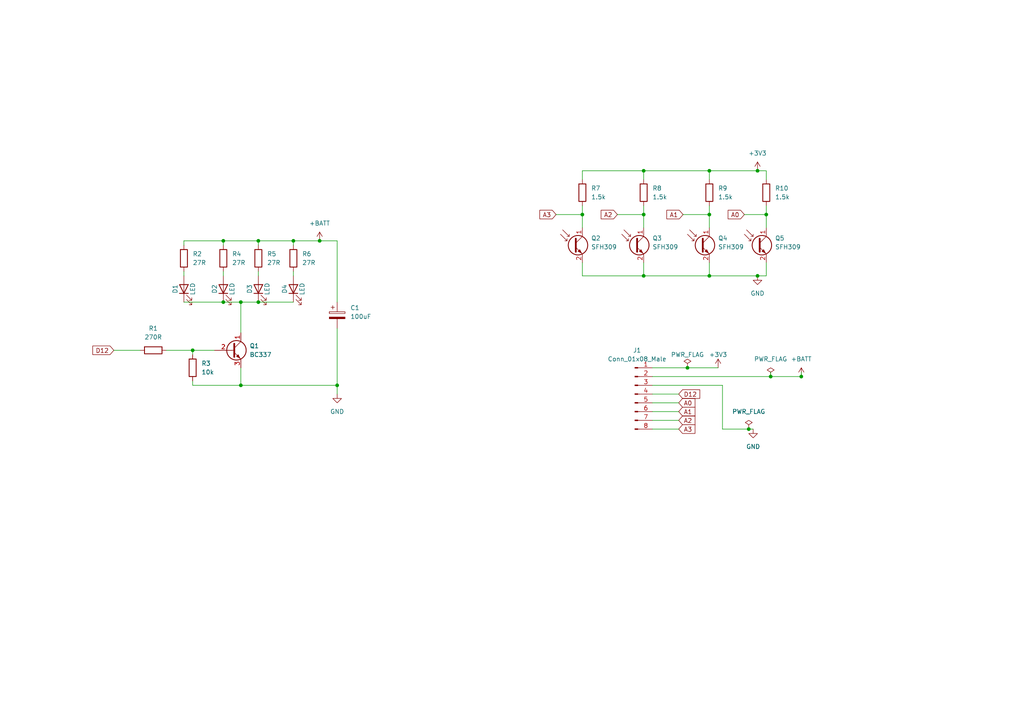
<source format=kicad_sch>
(kicad_sch (version 20211123) (generator eeschema)
  (paper "A4")
  (lib_symbols
    (symbol "Connector:Conn_01x08_Male" (pin_names (offset 1.016) hide)
      (property "Reference" "J" (at 0 10.16 0))
      (property "Value" "Conn_01x08_Male" (at 0 -12.7 0))
      (symbol "Conn_01x08_Male_1_1"
        (polyline (pts (xy 1.27 -10.16) (xy 0.8636 -10.16)) (stroke (width 0.1524)))
        (polyline (pts (xy 1.27 -7.62) (xy 0.8636 -7.62)) (stroke (width 0.1524)))
        (polyline (pts (xy 1.27 -5.08) (xy 0.8636 -5.08)) (stroke (width 0.1524)))
        (polyline (pts (xy 1.27 -2.54) (xy 0.8636 -2.54)) (stroke (width 0.1524)))
        (polyline (pts (xy 1.27 0) (xy 0.8636 0)) (stroke (width 0.1524)))
        (polyline (pts (xy 1.27 2.54) (xy 0.8636 2.54)) (stroke (width 0.1524)))
        (polyline (pts (xy 1.27 5.08) (xy 0.8636 5.08)) (stroke (width 0.1524)))
        (polyline (pts (xy 1.27 7.62) (xy 0.8636 7.62)) (stroke (width 0.1524)))
        (rectangle (start 0.8636 -10.033) (end 0 -10.287) (stroke (width 0.1524)) (fill (type outline)))
        (rectangle (start 0.8636 -7.493) (end 0 -7.747) (stroke (width 0.1524)) (fill (type outline)))
        (rectangle (start 0.8636 -4.953) (end 0 -5.207) (stroke (width 0.1524)) (fill (type outline)))
        (rectangle (start 0.8636 -2.413) (end 0 -2.667) (stroke (width 0.1524)) (fill (type outline)))
        (rectangle (start 0.8636 0.127) (end 0 -0.127) (stroke (width 0.1524)) (fill (type outline)))
        (rectangle (start 0.8636 2.667) (end 0 2.413) (stroke (width 0.1524)) (fill (type outline)))
        (rectangle (start 0.8636 5.207) (end 0 4.953) (stroke (width 0.1524)) (fill (type outline)))
        (rectangle (start 0.8636 7.747) (end 0 7.493) (stroke (width 0.1524)) (fill (type outline)))
        (pin passive line (at 5.08 7.62 180) (length 3.81) (name "Pin_1") (number "1"))
        (pin passive line (at 5.08 5.08 180) (length 3.81) (name "Pin_2") (number "2"))
        (pin passive line (at 5.08 2.54 180) (length 3.81) (name "Pin_3") (number "3"))
        (pin passive line (at 5.08 0 180) (length 3.81) (name "Pin_4") (number "4"))
        (pin passive line (at 5.08 -2.54 180) (length 3.81) (name "Pin_5") (number "5"))
        (pin passive line (at 5.08 -5.08 180) (length 3.81) (name "Pin_6") (number "6"))
        (pin passive line (at 5.08 -7.62 180) (length 3.81) (name "Pin_7") (number "7"))
        (pin passive line (at 5.08 -10.16 180) (length 3.81) (name "Pin_8") (number "8"))
      )
    )
    (symbol "Device:C_Polarized" (pin_numbers hide) (pin_names (offset 0.254))
      (property "Reference" "C" (at 0.635 2.54 0))
      (property "Value" "C_Polarized" (at 0.635 -2.54 0))
      (symbol "C_Polarized_0_1"
        (rectangle (start -2.286 0.508) (end 2.286 1.016))
        (polyline (pts (xy -1.778 2.286) (xy -0.762 2.286)))
        (polyline (pts (xy -1.27 2.794) (xy -1.27 1.778)))
        (rectangle (start 2.286 -0.508) (end -2.286 -1.016) (fill (type outline)))
      )
      (symbol "C_Polarized_1_1"
        (pin passive line (at 0 3.81 270) (length 2.794) (name "~") (number "1"))
        (pin passive line (at 0 -3.81 90) (length 2.794) (name "~") (number "2"))
      )
    )
    (symbol "Device:LED" (pin_numbers hide) (pin_names (offset 1.016) hide)
      (property "Reference" "D" (at 0 2.54 0))
      (property "Value" "LED" (at 0 -2.54 0))
      (symbol "LED_0_1"
        (polyline (pts (xy -1.27 -1.27) (xy -1.27 1.27)) (stroke (width 0.254)))
        (polyline (pts (xy -1.27 0) (xy 1.27 0)))
        (polyline (pts (xy 1.27 -1.27) (xy 1.27 1.27) (xy -1.27 0) (xy 1.27 -1.27)) (stroke (width 0.254)))
        (polyline (pts (xy -3.048 -0.762) (xy -4.572 -2.286) (xy -3.81 -2.286) (xy -4.572 -2.286) (xy -4.572 -1.524)))
        (polyline (pts (xy -1.778 -0.762) (xy -3.302 -2.286) (xy -2.54 -2.286) (xy -3.302 -2.286) (xy -3.302 -1.524)))
      )
      (symbol "LED_1_1"
        (pin passive line (at -3.81 0 0) (length 2.54) (name "K") (number "1"))
        (pin passive line (at 3.81 0 180) (length 2.54) (name "A") (number "2"))
      )
    )
    (symbol "Device:R" (pin_numbers hide) (pin_names (offset 0))
      (property "Reference" "R" (at 2.032 0 90))
      (property "Value" "R" (at 0 0 90))
      (symbol "R_0_1"
        (rectangle (start -1.016 -2.54) (end 1.016 2.54) (stroke (width 0.254)))
      )
      (symbol "R_1_1"
        (pin passive line (at 0 3.81 270) (length 1.27) (name "~") (number "1"))
        (pin passive line (at 0 -3.81 90) (length 1.27) (name "~") (number "2"))
      )
    )
    (symbol "Sensor_Optical:SFH309" (pin_names (offset 0) hide)
      (property "Reference" "Q" (at 5.08 1.27 0))
      (property "Value" "SFH309" (at 5.08 -1.27 0))
      (symbol "SFH309_0_1"
        (polyline (pts (xy -1.905 1.27) (xy -2.54 1.27)))
        (polyline (pts (xy -1.27 2.54) (xy -1.905 2.54)))
        (polyline (pts (xy 0.635 0.635) (xy 2.54 2.54)))
        (polyline (pts (xy -3.81 3.175) (xy -1.905 1.27) (xy -1.905 1.905)))
        (polyline (pts (xy -3.175 4.445) (xy -1.27 2.54) (xy -1.27 3.175)))
        (polyline (pts (xy 0.635 -0.635) (xy 2.54 -2.54) (xy 2.54 -2.54)))
        (polyline (pts (xy 0.635 1.905) (xy 0.635 -1.905) (xy 0.635 -1.905)) (stroke (width 0.508)))
        (polyline (pts (xy 1.27 -1.778) (xy 1.778 -1.27) (xy 2.286 -2.286) (xy 1.27 -1.778) (xy 1.27 -1.778)) (fill (type outline)))
        (circle (center 1.27 0) (radius 2.8194) (stroke (width 0.254)))
      )
      (symbol "SFH309_1_1"
        (pin passive line (at 2.54 5.08 270) (length 2.54) (name "C") (number "1"))
        (pin passive line (at 2.54 -5.08 90) (length 2.54) (name "E") (number "2"))
      )
    )
    (symbol "Transistor_BJT:BC337" (pin_names (offset 0) hide)
      (property "Reference" "Q" (at 5.08 1.905 0))
      (property "Value" "BC337" (at 5.08 0 0))
      (symbol "BC337_0_1"
        (polyline (pts (xy 0 0) (xy 0.635 0)))
        (polyline (pts (xy 0.635 0.635) (xy 2.54 2.54)))
        (polyline (pts (xy 0.635 -0.635) (xy 2.54 -2.54) (xy 2.54 -2.54)))
        (polyline (pts (xy 0.635 1.905) (xy 0.635 -1.905) (xy 0.635 -1.905)) (stroke (width 0.508)))
        (polyline (pts (xy 1.27 -1.778) (xy 1.778 -1.27) (xy 2.286 -2.286) (xy 1.27 -1.778) (xy 1.27 -1.778)) (fill (type outline)))
        (circle (center 1.27 0) (radius 2.8194) (stroke (width 0.254)))
      )
      (symbol "BC337_1_1"
        (pin passive line (at 2.54 5.08 270) (length 2.54) (name "C") (number "1"))
        (pin input line (at -5.08 0 0) (length 5.08) (name "B") (number "2"))
        (pin passive line (at 2.54 -5.08 90) (length 2.54) (name "E") (number "3"))
      )
    )
    (symbol "power:+3.3V" (power) (pin_names (offset 0))
      (property "Value" "+3.3V" (at 0 3.556 0))
      (symbol "+3.3V_0_1"
        (polyline (pts (xy -0.762 1.27) (xy 0 2.54)))
        (polyline (pts (xy 0 0) (xy 0 2.54)))
        (polyline (pts (xy 0 2.54) (xy 0.762 1.27)))
      )
      (symbol "+3.3V_1_1"
        (pin power_in line (at 0 0 90) (length 0) hide (name "+3V3") (number "1"))
      )
    )
    (symbol "power:+BATT" (power) (pin_names (offset 0))
      (property "Value" "+BATT" (at 0 3.556 0))
      (symbol "+BATT_0_1"
        (polyline (pts (xy -0.762 1.27) (xy 0 2.54)))
        (polyline (pts (xy 0 0) (xy 0 2.54)))
        (polyline (pts (xy 0 2.54) (xy 0.762 1.27)))
      )
      (symbol "+BATT_1_1"
        (pin power_in line (at 0 0 90) (length 0) hide (name "+BATT") (number "1"))
      )
    )
    (symbol "power:GND" (power) (pin_names (offset 0))
      (property "Value" "GND" (at 0 -3.81 0))
      (symbol "GND_0_1"
        (polyline (pts (xy 0 0) (xy 0 -1.27) (xy 1.27 -1.27) (xy 0 -2.54) (xy -1.27 -1.27) (xy 0 -1.27)))
      )
      (symbol "GND_1_1"
        (pin power_in line (at 0 0 270) (length 0) hide (name "GND") (number "1"))
      )
    )
    (symbol "power:PWR_FLAG" (power) (pin_numbers hide) (pin_names (offset 0) hide)
      (property "Value" "PWR_FLAG" (at 0 3.81 0))
      (symbol "PWR_FLAG_0_0"
        (pin power_out line (at 0 0 90) (length 0) (name "pwr") (number "1"))
      )
      (symbol "PWR_FLAG_0_1"
        (polyline (pts (xy 0 0) (xy 0 1.27) (xy -1.016 1.905) (xy 0 2.54) (xy 1.016 1.905) (xy 0 1.27)))
      )
    )
  )
  (junction (at 223.52 109.22))
  (junction (at 92.71 69.85))
  (junction (at 55.88 101.6))
  (junction (at 97.79 111.76))
  (junction (at 186.69 80.01))
  (junction (at 74.93 69.85))
  (junction (at 219.71 80.01))
  (junction (at 199.39 106.68))
  (junction (at 69.85 111.76))
  (junction (at 85.09 69.85))
  (junction (at 186.69 62.23))
  (junction (at 205.74 62.23))
  (junction (at 64.77 87.63))
  (junction (at 69.85 87.63))
  (junction (at 232.41 109.22))
  (junction (at 186.69 49.53))
  (junction (at 217.17 124.46))
  (junction (at 205.74 80.01))
  (junction (at 222.25 62.23))
  (junction (at 64.77 69.85))
  (junction (at 205.74 49.53))
  (junction (at 219.71 49.53))
  (junction (at 74.93 87.63))
  (junction (at 168.91 62.23))
  (wire (pts (xy 179.07 62.23) (xy 186.69 62.23)))
  (wire (pts (xy 223.52 109.22) (xy 232.41 109.22)))
  (wire (pts (xy 205.74 62.23) (xy 205.74 66.04)))
  (wire (pts (xy 189.23 114.3) (xy 196.85 114.3)))
  (wire (pts (xy 189.23 116.84) (xy 196.85 116.84)))
  (wire (pts (xy 222.25 80.01) (xy 222.25 76.2)))
  (wire (pts (xy 205.74 80.01) (xy 219.71 80.01)))
  (wire (pts (xy 92.71 69.85) (xy 97.79 69.85)))
  (wire (pts (xy 69.85 87.63) (xy 69.85 96.52)))
  (wire (pts (xy 55.88 110.49) (xy 55.88 111.76)))
  (wire (pts (xy 53.34 87.63) (xy 64.77 87.63)))
  (wire (pts (xy 222.25 62.23) (xy 222.25 66.04)))
  (wire (pts (xy 189.23 111.76) (xy 209.55 111.76)))
  (wire (pts (xy 64.77 78.74) (xy 64.77 80.01)))
  (wire (pts (xy 53.34 69.85) (xy 64.77 69.85)))
  (wire (pts (xy 97.79 111.76) (xy 97.79 114.3)))
  (wire (pts (xy 74.93 87.63) (xy 85.09 87.63)))
  (wire (pts (xy 223.52 107.95) (xy 223.52 109.22)))
  (wire (pts (xy 189.23 109.22) (xy 223.52 109.22)))
  (wire (pts (xy 74.93 69.85) (xy 85.09 69.85)))
  (wire (pts (xy 55.88 102.87) (xy 55.88 101.6)))
  (wire (pts (xy 232.41 107.95) (xy 232.41 109.22)))
  (wire (pts (xy 53.34 69.85) (xy 53.34 71.12)))
  (wire (pts (xy 199.39 106.68) (xy 208.28 106.68)))
  (wire (pts (xy 97.79 69.85) (xy 97.79 87.63)))
  (wire (pts (xy 219.71 80.01) (xy 222.25 80.01)))
  (wire (pts (xy 219.71 49.53) (xy 222.25 49.53)))
  (wire (pts (xy 215.9 62.23) (xy 222.25 62.23)))
  (wire (pts (xy 48.26 101.6) (xy 55.88 101.6)))
  (wire (pts (xy 168.91 52.07) (xy 168.91 49.53)))
  (wire (pts (xy 222.25 49.53) (xy 222.25 52.07)))
  (wire (pts (xy 222.25 59.69) (xy 222.25 62.23)))
  (wire (pts (xy 205.74 49.53) (xy 219.71 49.53)))
  (wire (pts (xy 55.88 111.76) (xy 69.85 111.76)))
  (wire (pts (xy 189.23 119.38) (xy 196.85 119.38)))
  (wire (pts (xy 186.69 49.53) (xy 186.69 52.07)))
  (wire (pts (xy 74.93 78.74) (xy 74.93 80.01)))
  (wire (pts (xy 168.91 80.01) (xy 186.69 80.01)))
  (wire (pts (xy 161.29 62.23) (xy 168.91 62.23)))
  (wire (pts (xy 64.77 69.85) (xy 74.93 69.85)))
  (wire (pts (xy 217.17 124.46) (xy 218.44 124.46)))
  (wire (pts (xy 168.91 49.53) (xy 186.69 49.53)))
  (wire (pts (xy 205.74 49.53) (xy 205.74 52.07)))
  (wire (pts (xy 85.09 78.74) (xy 85.09 80.01)))
  (wire (pts (xy 168.91 59.69) (xy 168.91 62.23)))
  (wire (pts (xy 209.55 111.76) (xy 209.55 124.46)))
  (wire (pts (xy 64.77 87.63) (xy 69.85 87.63)))
  (wire (pts (xy 205.74 76.2) (xy 205.74 80.01)))
  (wire (pts (xy 168.91 62.23) (xy 168.91 66.04)))
  (wire (pts (xy 69.85 106.68) (xy 69.85 111.76)))
  (wire (pts (xy 69.85 87.63) (xy 74.93 87.63)))
  (wire (pts (xy 189.23 121.92) (xy 196.85 121.92)))
  (wire (pts (xy 186.69 80.01) (xy 205.74 80.01)))
  (wire (pts (xy 205.74 59.69) (xy 205.74 62.23)))
  (wire (pts (xy 209.55 124.46) (xy 217.17 124.46)))
  (wire (pts (xy 168.91 76.2) (xy 168.91 80.01)))
  (wire (pts (xy 64.77 71.12) (xy 64.77 69.85)))
  (wire (pts (xy 189.23 124.46) (xy 196.85 124.46)))
  (wire (pts (xy 33.02 101.6) (xy 40.64 101.6)))
  (wire (pts (xy 186.69 49.53) (xy 205.74 49.53)))
  (wire (pts (xy 97.79 111.76) (xy 97.79 95.25)))
  (wire (pts (xy 85.09 71.12) (xy 85.09 69.85)))
  (wire (pts (xy 186.69 62.23) (xy 186.69 66.04)))
  (wire (pts (xy 69.85 111.76) (xy 97.79 111.76)))
  (wire (pts (xy 189.23 106.68) (xy 199.39 106.68)))
  (wire (pts (xy 74.93 71.12) (xy 74.93 69.85)))
  (wire (pts (xy 92.71 69.85) (xy 85.09 69.85)))
  (wire (pts (xy 186.69 76.2) (xy 186.69 80.01)))
  (wire (pts (xy 198.12 62.23) (xy 205.74 62.23)))
  (wire (pts (xy 53.34 78.74) (xy 53.34 80.01)))
  (wire (pts (xy 186.69 59.69) (xy 186.69 62.23)))
  (wire (pts (xy 55.88 101.6) (xy 62.23 101.6)))
  (global_label "A0" (shape input) (at 196.85 116.84 0) (property "Intersheet References" "${INTERSHEET_REFS}" (effects hide)))
  (global_label "A2" (shape input) (at 179.07 62.23 180) (property "Intersheet References" "${INTERSHEET_REFS}" (effects hide)))
  (global_label "A3" (shape input) (at 161.29 62.23 180) (property "Intersheet References" "${INTERSHEET_REFS}" (effects hide)))
  (global_label "A3" (shape input) (at 196.85 124.46 0) (property "Intersheet References" "${INTERSHEET_REFS}" (effects hide)))
  (global_label "A0" (shape input) (at 215.9 62.23 180) (property "Intersheet References" "${INTERSHEET_REFS}" (effects hide)))
  (global_label "D12" (shape input) (at 196.85 114.3 0) (property "Intersheet References" "${INTERSHEET_REFS}" (effects hide)))
  (global_label "A1" (shape input) (at 198.12 62.23 180) (property "Intersheet References" "${INTERSHEET_REFS}" (effects hide)))
  (global_label "D12" (shape input) (at 33.02 101.6 180) (property "Intersheet References" "${INTERSHEET_REFS}" (effects hide)))
  (global_label "A2" (shape input) (at 196.85 121.92 0) (property "Intersheet References" "${INTERSHEET_REFS}" (effects hide)))
  (global_label "A1" (shape input) (at 196.85 119.38 0) (property "Intersheet References" "${INTERSHEET_REFS}" (effects hide)))
  (symbol (lib_id "Device:LED") (at 53.34 83.82 90) (unit 1)
    (property "Reference" "D1" (at 50.8 83.82 0))
    (property "Value" "LED" (at 55.88 83.82 0))
    (property "Footprint" "LED_THT:LED_D3.0mm_Clear" (effects hide))
  )
  (symbol (lib_id "power:+3.3V") (at 208.28 106.68 0) (unit 1)
    (property "Reference" "#PWR07" (effects hide))
    (property "Value" "+3.3V" (at 208.28 102.87 0))
  )
  (symbol (lib_id "Device:R") (at 205.74 55.88 0) (unit 1)
    (property "Reference" "R9" (at 208.28 54.6099 0) (effects (justify left)))
    (property "Value" "1.5k" (at 208.28 57.1499 0) (effects (justify left)))
    (property "Footprint" "Resistor_THT:R_Axial_DIN0411_L9.9mm_D3.6mm_P12.70mm_Horizontal" (effects hide))
  )
  (symbol (lib_id "Device:R") (at 64.77 74.93 0) (unit 1)
    (property "Reference" "R4" (at 67.31 73.6599 0) (effects (justify left)))
    (property "Value" "27R" (at 67.31 76.1999 0) (effects (justify left)))
    (property "Footprint" "Resistor_THT:R_Axial_DIN0411_L9.9mm_D3.6mm_P12.70mm_Horizontal" (effects hide))
  )
  (symbol (lib_id "power:PWR_FLAG") (at 223.52 109.22 0) (unit 1)
    (property "Reference" "#FLG01" (effects hide))
    (property "Value" "PWR_FLAG" (at 223.52 104.14 0))
  )
  (symbol (lib_id "Connector:Conn_01x08_Male") (at 184.15 114.3 0) (unit 1)
    (property "Reference" "J1" (at 184.785 101.6 0))
    (property "Value" "Conn_01x08_Male" (at 184.785 104.14 0))
    (property "Footprint" "Connector_JST:JST_PH_S8B-PH-K_1x08_P2.00mm_Horizontal" (effects hide))
  )
  (symbol (lib_id "Device:R") (at 168.91 55.88 0) (unit 1)
    (property "Reference" "R7" (at 171.45 54.6099 0) (effects (justify left)))
    (property "Value" "1.5k" (at 171.45 57.1499 0) (effects (justify left)))
    (property "Footprint" "Resistor_THT:R_Axial_DIN0411_L9.9mm_D3.6mm_P12.70mm_Horizontal" (effects hide))
  )
  (symbol (lib_id "power:PWR_FLAG") (at 199.39 106.68 0) (unit 1)
    (property "Reference" "#FLG02" (effects hide))
    (property "Value" "PWR_FLAG" (at 199.39 102.87 0))
  )
  (symbol (lib_id "Device:R") (at 55.88 106.68 0) (unit 1)
    (property "Reference" "R3" (at 58.42 105.4099 0) (effects (justify left)))
    (property "Value" "10k" (at 58.42 107.9499 0) (effects (justify left)))
    (property "Footprint" "Resistor_THT:R_Axial_DIN0411_L9.9mm_D3.6mm_P12.70mm_Horizontal" (effects hide))
  )
  (symbol (lib_id "power:+3.3V") (at 219.71 49.53 0) (unit 1)
    (property "Reference" "#PWR03" (effects hide))
    (property "Value" "+3.3V" (at 219.71 44.45 0))
  )
  (symbol (lib_id "power:GND") (at 97.79 114.3 0) (unit 1)
    (property "Reference" "#PWR02" (effects hide))
    (property "Value" "GND" (at 97.79 119.38 0))
  )
  (symbol (lib_id "Sensor_Optical:SFH309") (at 219.71 71.12 0) (unit 1)
    (property "Reference" "Q5" (at 224.79 69.1006 0) (effects (justify left)))
    (property "Value" "SFH309" (at 224.79 71.6406 0) (effects (justify left)))
    (property "Footprint" "LED_THT:LED_D3.0mm_Clear" (effects hide))
    (property "Datasheet" "http://www.osram-os.com/Graphics/XPic2/00101811_0.pdf/SFH%20309,%20SFH%20309%20FA,%20Lead%20(Pb)%20Free%20Product%20-%20RoHS%20Compliant.pdf" (effects hide))
  )
  (symbol (lib_id "Sensor_Optical:SFH309") (at 184.15 71.12 0) (unit 1)
    (property "Reference" "Q3" (at 189.23 69.1006 0) (effects (justify left)))
    (property "Value" "SFH309" (at 189.23 71.6406 0) (effects (justify left)))
    (property "Footprint" "LED_THT:LED_D3.0mm_Clear" (effects hide))
    (property "Datasheet" "http://www.osram-os.com/Graphics/XPic2/00101811_0.pdf/SFH%20309,%20SFH%20309%20FA,%20Lead%20(Pb)%20Free%20Product%20-%20RoHS%20Compliant.pdf" (effects hide))
  )
  (symbol (lib_id "power:+BATT") (at 92.71 69.85 0) (unit 1)
    (property "Reference" "#PWR01" (effects hide))
    (property "Value" "+BATT" (at 92.71 64.77 0))
  )
  (symbol (lib_id "Device:LED") (at 64.77 83.82 90) (unit 1)
    (property "Reference" "D2" (at 62.23 83.82 0))
    (property "Value" "LED" (at 67.31 83.82 0))
    (property "Footprint" "LED_THT:LED_D3.0mm_Clear" (effects hide))
  )
  (symbol (lib_id "Device:R") (at 186.69 55.88 0) (unit 1)
    (property "Reference" "R8" (at 189.23 54.6099 0) (effects (justify left)))
    (property "Value" "1.5k" (at 189.23 57.1499 0) (effects (justify left)))
    (property "Footprint" "Resistor_THT:R_Axial_DIN0411_L9.9mm_D3.6mm_P12.70mm_Horizontal" (effects hide))
  )
  (symbol (lib_id "power:+BATT") (at 232.41 109.22 0) (unit 1)
    (property "Reference" "#PWR06" (effects hide))
    (property "Value" "+BATT" (at 232.41 104.14 0))
  )
  (symbol (lib_id "Transistor_BJT:BC337") (at 67.31 101.6 0) (unit 1)
    (property "Reference" "Q1" (at 72.39 100.3299 0) (effects (justify left)))
    (property "Value" "BC337" (at 72.39 102.8699 0) (effects (justify left)))
    (property "Footprint" "Package_TO_SOT_THT:TO-92_Inline" (effects hide))
    (property "Datasheet" "https://diotec.com/tl_files/diotec/files/pdf/datasheets/bc337.pdf" (effects hide))
  )
  (symbol (lib_id "power:GND") (at 219.71 80.01 0) (unit 1)
    (property "Reference" "#PWR04" (effects hide))
    (property "Value" "GND" (at 219.71 85.09 0))
  )
  (symbol (lib_id "Device:C_Polarized") (at 97.79 91.44 0) (unit 1)
    (property "Reference" "C1" (at 101.6 89.2809 0) (effects (justify left)))
    (property "Value" "100uF" (at 101.6 91.8209 0) (effects (justify left)))
    (property "Footprint" "Capacitor_THT:CP_Radial_D5.0mm_P2.50mm" (effects hide))
  )
  (symbol (lib_id "power:GND") (at 218.44 124.46 0) (unit 1)
    (property "Reference" "#PWR05" (effects hide))
    (property "Value" "GND" (at 218.44 129.54 0))
  )
  (symbol (lib_id "Device:R") (at 53.34 74.93 0) (unit 1)
    (property "Reference" "R2" (at 55.88 73.6599 0) (effects (justify left)))
    (property "Value" "27R" (at 55.88 76.1999 0) (effects (justify left)))
    (property "Footprint" "Resistor_THT:R_Axial_DIN0411_L9.9mm_D3.6mm_P12.70mm_Horizontal" (effects hide))
  )
  (symbol (lib_id "Device:R") (at 44.45 101.6 90) (unit 1)
    (property "Reference" "R1" (at 44.45 95.25 90))
    (property "Value" "270R" (at 44.45 97.79 90))
    (property "Footprint" "Resistor_THT:R_Axial_DIN0411_L9.9mm_D3.6mm_P12.70mm_Horizontal" (effects hide))
  )
  (symbol (lib_id "Sensor_Optical:SFH309") (at 166.37 71.12 0) (unit 1)
    (property "Reference" "Q2" (at 171.45 69.1006 0) (effects (justify left)))
    (property "Value" "SFH309" (at 171.45 71.6406 0) (effects (justify left)))
    (property "Footprint" "LED_THT:LED_D3.0mm_Clear" (effects hide))
    (property "Datasheet" "http://www.osram-os.com/Graphics/XPic2/00101811_0.pdf/SFH%20309,%20SFH%20309%20FA,%20Lead%20(Pb)%20Free%20Product%20-%20RoHS%20Compliant.pdf" (effects hide))
  )
  (symbol (lib_id "Device:R") (at 222.25 55.88 0) (unit 1)
    (property "Reference" "R10" (at 224.79 54.6099 0) (effects (justify left)))
    (property "Value" "1.5k" (at 224.79 57.1499 0) (effects (justify left)))
    (property "Footprint" "Resistor_THT:R_Axial_DIN0411_L9.9mm_D3.6mm_P12.70mm_Horizontal" (effects hide))
  )
  (symbol (lib_id "Device:R") (at 74.93 74.93 0) (unit 1)
    (property "Reference" "R5" (at 77.47 73.6599 0) (effects (justify left)))
    (property "Value" "27R" (at 77.47 76.1999 0) (effects (justify left)))
    (property "Footprint" "Resistor_THT:R_Axial_DIN0411_L9.9mm_D3.6mm_P12.70mm_Horizontal" (effects hide))
  )
  (symbol (lib_id "power:PWR_FLAG") (at 217.17 124.46 0) (unit 1)
    (property "Reference" "#FLG0101" (effects hide))
    (property "Value" "PWR_FLAG" (at 217.17 119.38 0))
  )
  (symbol (lib_id "Sensor_Optical:SFH309") (at 203.2 71.12 0) (unit 1)
    (property "Reference" "Q4" (at 208.28 69.1006 0) (effects (justify left)))
    (property "Value" "SFH309" (at 208.28 71.6406 0) (effects (justify left)))
    (property "Footprint" "LED_THT:LED_D3.0mm_Clear" (effects hide))
    (property "Datasheet" "http://www.osram-os.com/Graphics/XPic2/00101811_0.pdf/SFH%20309,%20SFH%20309%20FA,%20Lead%20(Pb)%20Free%20Product%20-%20RoHS%20Compliant.pdf" (effects hide))
  )
  (symbol (lib_id "Device:R") (at 85.09 74.93 0) (unit 1)
    (property "Reference" "R6" (at 87.63 73.6599 0) (effects (justify left)))
    (property "Value" "27R" (at 87.63 76.1999 0) (effects (justify left)))
    (property "Footprint" "Resistor_THT:R_Axial_DIN0411_L9.9mm_D3.6mm_P12.70mm_Horizontal" (effects hide))
  )
  (symbol (lib_id "Device:LED") (at 74.93 83.82 90) (unit 1)
    (property "Reference" "D3" (at 72.39 83.82 0))
    (property "Value" "LED" (at 77.47 83.82 0))
    (property "Footprint" "LED_THT:LED_D3.0mm_Clear" (effects hide))
  )
  (symbol (lib_id "Device:LED") (at 85.09 83.82 90) (unit 1)
    (property "Reference" "D4" (at 82.55 83.82 0))
    (property "Value" "LED" (at 87.63 83.82 0))
    (property "Footprint" "LED_THT:LED_D3.0mm_Clear" (effects hide))
  )
)
</source>
